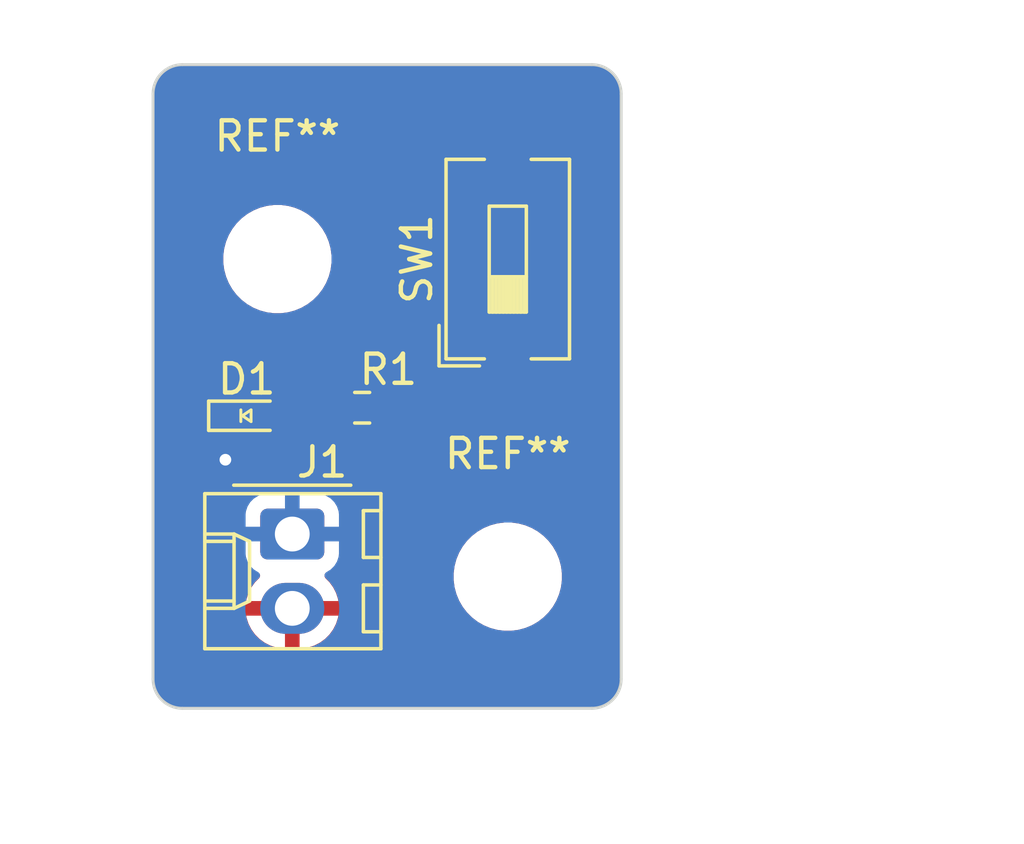
<source format=kicad_pcb>
(kicad_pcb (version 20240108) (generator "pcbnew") (generator_version "8.0")
  (title_block (title "LED Project") (date "2024-09-16") (rev "1.0") (company "Illini Solar Car") (comment 1 "Designed By: Ben Pegg"))
  (layers (0 "F.Cu" signal) (31 "B.Cu" signal) (34 "B.Paste" user) (35 "F.Paste" user) (36 "B.SilkS" user "B.Silkscreen") (37 "F.SilkS" user "F.Silkscreen") (38 "B.Mask" user) (39 "F.Mask" user) (44 "Edge.Cuts" user))
  (net 0 "")
  (net 1 "Net-(D1-A)")
  (net 2 "GND")
  (net 3 "Net-(R1-Pad1)")
  (net 4 "+3V3")
  (footprint "Button_Switch_SMD:SW_DIP_SPSTx01_Slide_6.7x4.1mm_W8.61mm_P2.54mm_LowProfile" (layer "F.Cu") (at 103.124 88.646 90)
    (property "Reference" "SW1" (at 0 -3.11 90) (layer "F.SilkS"))
    (property "Value" "SW_Push")
    (fp_line (start -3.65 -2.35) (end -2.267 -2.35) (stroke (width 0.12)) (layer "F.SilkS"))
    (fp_line (start -3.65 -2.35) (end -3.65 -0.967) (stroke (width 0.12)) (layer "F.SilkS"))
    (fp_line (start 3.41 -2.11) (end 3.41 -0.8) (stroke (width 0.12)) (layer "F.SilkS"))
    (fp_line (start -3.41 -2.11) (end 3.41 -2.11) (stroke (width 0.12)) (layer "F.SilkS"))
    (fp_line (start -3.41 -2.11) (end -3.41 -0.8) (stroke (width 0.12)) (layer "F.SilkS"))
    (fp_line (start 1.81 -0.635) (end -1.81 -0.635) (stroke (width 0.12)) (layer "F.SilkS"))
    (fp_line (start -0.603333 -0.635) (end -0.603333 0.635) (stroke (width 0.12)) (layer "F.SilkS"))
    (fp_line (start -1.81 -0.635) (end -1.81 0.635) (stroke (width 0.12)) (layer "F.SilkS"))
    (fp_line (start -1.81 -0.515) (end -0.603333 -0.515) (stroke (width 0.12)) (layer "F.SilkS"))
    (fp_line (start -1.81 -0.395) (end -0.603333 -0.395) (stroke (width 0.12)) (layer "F.SilkS"))
    (fp_line (start -1.81 -0.275) (end -0.603333 -0.275) (stroke (width 0.12)) (layer "F.SilkS"))
    (fp_line (start -1.81 -0.155) (end -0.603333 -0.155) (stroke (width 0.12)) (layer "F.SilkS"))
    (fp_line (start -1.81 -0.035) (end -0.603333 -0.035) (stroke (width 0.12)) (layer "F.SilkS"))
    (fp_line (start -1.81 0.085) (end -0.603333 0.085) (stroke (width 0.12)) (layer "F.SilkS"))
    (fp_line (start -1.81 0.205) (end -0.603333 0.205) (stroke (width 0.12)) (layer "F.SilkS"))
    (fp_line (start -1.81 0.325) (end -0.603333 0.325) (stroke (width 0.12)) (layer "F.SilkS"))
    (fp_line (start -1.81 0.445) (end -0.603333 0.445) (stroke (width 0.12)) (layer "F.SilkS"))
    (fp_line (start -1.81 0.565) (end -0.603333 0.565) (stroke (width 0.12)) (layer "F.SilkS"))
    (fp_line (start 1.81 0.635) (end 1.81 -0.635) (stroke (width 0.12)) (layer "F.SilkS"))
    (fp_line (start -1.81 0.635) (end 1.81 0.635) (stroke (width 0.12)) (layer "F.SilkS"))
    (fp_line (start 3.41 0.8) (end 3.41 2.11) (stroke (width 0.12)) (layer "F.SilkS"))
    (fp_line (start -3.41 0.8) (end -3.41 2.11) (stroke (width 0.12)) (layer "F.SilkS"))
    (fp_line (start -3.41 2.11) (end 3.41 2.11) (stroke (width 0.12)) (layer "F.SilkS"))
    (pad "1" smd rect (at -4.305 0 90) (size 2.44 1.12) (layers "F.Cu" "F.Paste" "F.Mask") (net 4 "+3V3"))
    (pad "2" smd rect (at 4.305 0 90) (size 2.44 1.12) (layers "F.Cu" "F.Paste" "F.Mask") (net 3 "Net-(R1-Pad1)"))
  )
  (footprint "layout:LED_0603_Symbol_on_F.SilkS" (layer "F.Cu") (at 94.2 94)
    (property "Reference" "D1" (at 0 -1.25 0) (layer "F.SilkS"))
    (property "Value" "LED_RED")
    (fp_line (start -1.3 -0.5) (end -1.3 0.5) (stroke (width 0.12)) (layer "F.SilkS"))
    (fp_line (start -1.3 -0.5) (end 0.8 -0.5) (stroke (width 0.12)) (layer "F.SilkS"))
    (fp_line (start -1.3 0.5) (end 0.8 0.5) (stroke (width 0.12)) (layer "F.SilkS"))
    (fp_line (start -0.2 -0.2) (end -0.2 0.2) (stroke (width 0.1)) (layer "F.SilkS"))
    (fp_line (start -0.15 0) (end 0.15 -0.2) (stroke (width 0.1)) (layer "F.SilkS"))
    (fp_line (start 0.15 -0.2) (end 0.15 0.2) (stroke (width 0.1)) (layer "F.SilkS"))
    (fp_line (start 0.15 0.2) (end -0.15 0) (stroke (width 0.1)) (layer "F.SilkS"))
    (pad "1" smd rect (at -0.8 0 180) (size 0.8 0.8) (layers "F.Cu" "F.Paste" "F.Mask") (net 2 "GND"))
    (pad "2" smd rect (at 0.8 0 180) (size 0.8 0.8) (layers "F.Cu" "F.Paste" "F.Mask") (net 1 "Net-(D1-A)"))
  )
  (footprint "MountingHole:MountingHole_3.2mm_M3" (layer "F.Cu") (at 95.25 88.646)
    (property "Reference" "REF**" (at 0 -4.2 0) (layer "F.SilkS"))
    (property "Value" "MountingHole_3.2mm_M3")
    (pad "" np_thru_hole circle (at 0 0) (size 3.2 3.2) (drill 3.2) (layers "*.Cu" "*.Mask"))
  )
  (footprint "Connector_Molex:Molex_KK-254_AE-6410-02A_1x02_P2.54mm_Vertical" (layer "F.Cu") (at 95.758 98.044 -90)
    (property "Reference" "J1" (at -2.456 -1.02 180) (layer "F.SilkS"))
    (property "Value" "Conn_01x02")
    (fp_line (start -1.38 2.99) (end 3.92 2.99) (stroke (width 0.12)) (layer "F.SilkS"))
    (fp_line (start 0 2.99) (end 0 1.99) (stroke (width 0.12)) (layer "F.SilkS"))
    (fp_line (start 0.25 2.99) (end 0.25 1.99) (stroke (width 0.12)) (layer "F.SilkS"))
    (fp_line (start 2.29 2.99) (end 2.29 1.99) (stroke (width 0.12)) (layer "F.SilkS"))
    (fp_line (start 3.92 2.99) (end 3.92 -3.03) (stroke (width 0.12)) (layer "F.SilkS"))
    (fp_line (start 0 1.99) (end 2.54 1.99) (stroke (width 0.12)) (layer "F.SilkS"))
    (fp_line (start 0 1.99) (end 0.25 1.46) (stroke (width 0.12)) (layer "F.SilkS"))
    (fp_line (start 2.54 1.99) (end 2.54 2.99) (stroke (width 0.12)) (layer "F.SilkS"))
    (fp_line (start 0.25 1.46) (end 2.29 1.46) (stroke (width 0.12)) (layer "F.SilkS"))
    (fp_line (start 2.29 1.46) (end 2.54 1.99) (stroke (width 0.12)) (layer "F.SilkS"))
    (fp_line (start -1.67 -2) (end -1.67 2) (stroke (width 0.12)) (layer "F.SilkS"))
    (fp_line (start -0.8 -2.43) (end 0.8 -2.43) (stroke (width 0.12)) (layer "F.SilkS"))
    (fp_line (start 0.8 -2.43) (end 0.8 -3.03) (stroke (width 0.12)) (layer "F.SilkS"))
    (fp_line (start 1.74 -2.43) (end 3.34 -2.43) (stroke (width 0.12)) (layer "F.SilkS"))
    (fp_line (start 3.34 -2.43) (end 3.34 -3.03) (stroke (width 0.12)) (layer "F.SilkS"))
    (fp_line (start -1.38 -3.03) (end -1.38 2.99) (stroke (width 0.12)) (layer "F.SilkS"))
    (fp_line (start -0.8 -3.03) (end -0.8 -2.43) (stroke (width 0.12)) (layer "F.SilkS"))
    (fp_line (start 1.74 -3.03) (end 1.74 -2.43) (stroke (width 0.12)) (layer "F.SilkS"))
    (fp_line (start 3.92 -3.03) (end -1.38 -3.03) (stroke (width 0.12)) (layer "F.SilkS"))
    (pad "1" thru_hole roundrect (at 0 0 270) (size 1.74 2.19) (drill 1.19) (layers "*.Cu" "*.Mask") (roundrect_rratio 0.143678) (net 2 "GND"))
    (pad "2" thru_hole oval (at 2.54 0 270) (size 1.74 2.19) (drill 1.19) (layers "*.Cu" "*.Mask") (net 4 "+3V3"))
  )
  (footprint "Resistor_SMD:R_0603_1608Metric_Pad0.98x0.95mm_HandSolder" (layer "F.Cu") (at 98.1475 93.726 180)
    (property "Reference" "R1" (at -0.8935 1.306 360) (layer "F.SilkS"))
    (property "Value" "105")
    (fp_line (start -0.254724 0.5225) (end 0.254724 0.5225) (stroke (width 0.12)) (layer "F.SilkS"))
    (fp_line (start -0.254724 -0.5225) (end 0.254724 -0.5225) (stroke (width 0.12)) (layer "F.SilkS"))
    (pad "1" smd roundrect (at -0.9125 0 180) (size 0.975 0.95) (layers "F.Cu" "F.Paste" "F.Mask") (net 3 "Net-(R1-Pad1)"))
    (pad "2" smd roundrect (at 0.9125 0 180) (size 0.975 0.95) (layers "F.Cu" "F.Paste" "F.Mask") (net 1 "Net-(D1-A)"))
  )
  (footprint "MountingHole:MountingHole_3.2mm_M3" (layer "F.Cu") (at 103.124 99.5)
    (property "Reference" "REF**" (at 0 -4.2 0) (layer "F.SilkS"))
    (property "Value" "MountingHole_3.2mm_M3")
    (pad "" np_thru_hole circle (at 0 0) (size 3.2 3.2) (drill 3.2) (layers "*.Cu" "*.Mask"))
  )
  (gr_arc (start 106 82) (mid 106.707107 82.292893) (end 107 83) (stroke (width 0.1)) (layer "Edge.Cuts"))
  (gr_line (start 92 82) (end 106 82) (stroke (width 0.1)) (layer "Edge.Cuts"))
  (gr_line (start 106 104) (end 92 104) (stroke (width 0.1)) (layer "Edge.Cuts"))
  (gr_line (start 107 83) (end 107 103) (stroke (width 0.1)) (layer "Edge.Cuts"))
  (gr_arc (start 92 104) (mid 91.292893 103.707107) (end 91 103) (stroke (width 0.1)) (layer "Edge.Cuts"))
  (gr_arc (start 107 103) (mid 106.707107 103.707107) (end 106 104) (stroke (width 0.1)) (layer "Edge.Cuts"))
  (gr_arc (start 91 83) (mid 91.292893 82.292893) (end 92 82) (stroke (width 0.1)) (layer "Edge.Cuts"))
  (gr_line (start 91 103) (end 91 83) (stroke (width 0.1)) (layer "Edge.Cuts"))
  (segment (start 95.992 94) (end 95 94) (width 0.25) (layer "F.Cu") (net 1))
  (segment (start 96.266 93.726) (end 95.992 94) (width 0.25) (layer "F.Cu") (net 1))
  (segment (start 97.235 93.726) (end 96.266 93.726) (width 0.25) (layer "F.Cu") (net 1))
  (segment (start 93.4 94) (end 93.4 95.432) (width 0.25) (layer "F.Cu") (net 2))
  (segment (start 93.4 95.432) (end 93.472 95.504) (width 0.25) (layer "F.Cu") (net 2))
  (via (at 93.472 95.504) (size 0.8) (drill 0.4) (layers "F.Cu" "B.Cu") (net 2))
  (segment (start 99.568 87.884) (end 99.568 91.948) (width 0.25) (layer "F.Cu") (net 3))
  (segment (start 99.581 87.884) (end 99.568 87.884) (width 0.25) (layer "F.Cu") (net 3))
  (segment (start 99.568 91.948) (end 99.06 92.456) (width 0.25) (layer "F.Cu") (net 3))
  (segment (start 103.124 84.341) (end 99.581 87.884) (width 0.25) (layer "F.Cu") (net 3))
  (segment (start 99.06 92.456) (end 99.06 93.726) (width 0.25) (layer "F.Cu") (net 3))
  (zone (net 4) (net_name "+3V3") (layer "F.Cu") (connect_pads (clearance 0.508)) (min_thickness 0.25) (fill yes (thermal_gap 0.5) (thermal_bridge_width 0.5))
    (polygon (pts (xy 91 82) (xy 107 82) (xy 107 104) (xy 91 104)))
  )
  (zone (net 2) (net_name "GND") (layer "B.Cu") (priority 1) (connect_pads (clearance 0.508)) (min_thickness 0.25) (fill yes (thermal_gap 0.5) (thermal_bridge_width 0.5))
    (polygon (pts (xy 91 82) (xy 107 82) (xy 107 104) (xy 91 104)))
  )
)
</source>
